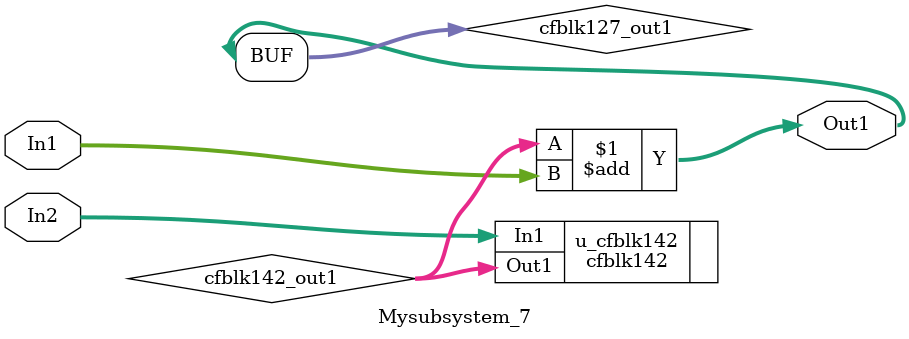
<source format=v>



`timescale 1 ns / 1 ns

module Mysubsystem_7
          (In1,
           In2,
           Out1);


  input   [7:0] In1;  // uint8
  input   [7:0] In2;  // uint8
  output  [7:0] Out1;  // uint8


  wire [7:0] cfblk142_out1;  // uint8
  wire [7:0] cfblk127_out1;  // uint8


  cfblk142 u_cfblk142 (.In1(In2),  // uint8
                       .Out1(cfblk142_out1)  // uint8
                       );

  assign cfblk127_out1 = cfblk142_out1 + In1;



  assign Out1 = cfblk127_out1;

endmodule  // Mysubsystem_7


</source>
